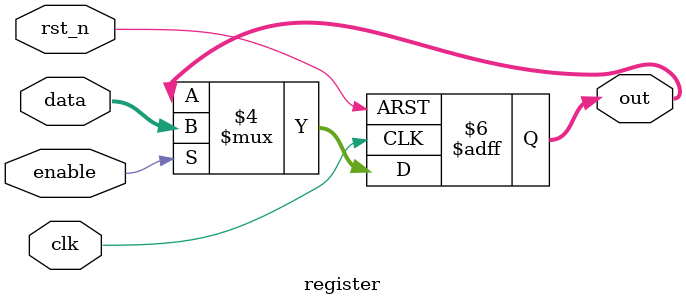
<source format=v>
module register(
  input [7:0] data,
  input enable,
  input clk,
  input rst_n,
  output reg [7:0] out
);
  
  always @(posedge clk or negedge rst_n)
    begin
      if(!rst_n)
        out <= 8'd0;
      else if(enable)
        out <= data;
      else
        out <= out;
    end
endmodule

</source>
